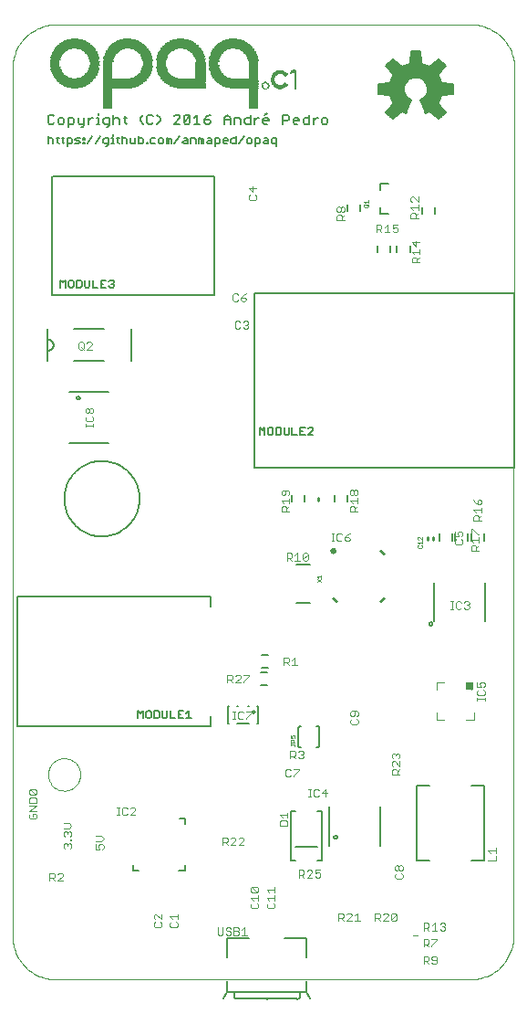
<source format=gto>
G75*
G70*
%OFA0B0*%
%FSLAX24Y24*%
%IPPOS*%
%LPD*%
%AMOC8*
5,1,8,0,0,1.08239X$1,22.5*
%
%ADD10C,0.0000*%
%ADD11C,0.0070*%
%ADD12R,0.0360X0.0020*%
%ADD13R,0.0040X0.0020*%
%ADD14R,0.0160X0.0020*%
%ADD15R,0.0080X0.0020*%
%ADD16R,0.0280X0.0020*%
%ADD17R,0.1060X0.0020*%
%ADD18R,0.0480X0.0020*%
%ADD19R,0.1140X0.0020*%
%ADD20R,0.1160X0.0020*%
%ADD21R,0.0600X0.0020*%
%ADD22R,0.1220X0.0020*%
%ADD23R,0.0020X0.0020*%
%ADD24R,0.0400X0.0020*%
%ADD25R,0.0700X0.0020*%
%ADD26R,0.1260X0.0020*%
%ADD27R,0.0440X0.0020*%
%ADD28R,0.0800X0.0020*%
%ADD29R,0.1300X0.0020*%
%ADD30R,0.1320X0.0020*%
%ADD31R,0.0500X0.0020*%
%ADD32R,0.0860X0.0020*%
%ADD33R,0.1340X0.0020*%
%ADD34R,0.0540X0.0020*%
%ADD35R,0.0940X0.0020*%
%ADD36R,0.1380X0.0020*%
%ADD37R,0.0200X0.0020*%
%ADD38R,0.1000X0.0020*%
%ADD39R,0.1400X0.0020*%
%ADD40R,0.1420X0.0020*%
%ADD41R,0.0180X0.0020*%
%ADD42R,0.0140X0.0020*%
%ADD43R,0.1440X0.0020*%
%ADD44R,0.0100X0.0020*%
%ADD45R,0.1120X0.0020*%
%ADD46R,0.1460X0.0020*%
%ADD47R,0.1480X0.0020*%
%ADD48R,0.0060X0.0020*%
%ADD49R,0.1500X0.0020*%
%ADD50R,0.1200X0.0020*%
%ADD51R,0.1520X0.0020*%
%ADD52R,0.1540X0.0020*%
%ADD53R,0.1560X0.0020*%
%ADD54R,0.1580X0.0020*%
%ADD55R,0.1360X0.0020*%
%ADD56R,0.1600X0.0020*%
%ADD57R,0.1620X0.0020*%
%ADD58R,0.1640X0.0020*%
%ADD59R,0.0620X0.0020*%
%ADD60R,0.0640X0.0020*%
%ADD61R,0.0380X0.0020*%
%ADD62R,0.0560X0.0020*%
%ADD63R,0.0580X0.0020*%
%ADD64R,0.0520X0.0020*%
%ADD65R,0.0460X0.0020*%
%ADD66R,0.0420X0.0020*%
%ADD67R,0.0220X0.0020*%
%ADD68R,0.1180X0.0020*%
%ADD69R,0.1100X0.0020*%
%ADD70R,0.1020X0.0020*%
%ADD71R,0.0780X0.0020*%
%ADD72R,0.0300X0.0020*%
%ADD73C,0.0050*%
%ADD74R,0.0220X0.0010*%
%ADD75C,0.0060*%
%ADD76C,0.0040*%
%ADD77C,0.0080*%
%ADD78C,0.0030*%
%ADD79C,0.0059*%
%ADD80C,0.0010*%
%ADD81R,0.0295X0.0295*%
%ADD82C,0.0100*%
D10*
X013333Y009043D02*
X013333Y040736D01*
X013335Y040813D01*
X013341Y040890D01*
X013350Y040967D01*
X013363Y041043D01*
X013380Y041119D01*
X013401Y041193D01*
X013425Y041267D01*
X013453Y041339D01*
X013484Y041409D01*
X013519Y041478D01*
X013557Y041546D01*
X013598Y041611D01*
X013643Y041674D01*
X013691Y041735D01*
X013741Y041794D01*
X013794Y041850D01*
X013850Y041903D01*
X013909Y041953D01*
X013970Y042001D01*
X014033Y042046D01*
X014098Y042087D01*
X014166Y042125D01*
X014235Y042160D01*
X014305Y042191D01*
X014377Y042219D01*
X014451Y042243D01*
X014525Y042264D01*
X014601Y042281D01*
X014677Y042294D01*
X014754Y042303D01*
X014831Y042309D01*
X014908Y042311D01*
X030105Y042311D01*
X030182Y042309D01*
X030259Y042303D01*
X030336Y042294D01*
X030412Y042281D01*
X030488Y042264D01*
X030562Y042243D01*
X030636Y042219D01*
X030708Y042191D01*
X030778Y042160D01*
X030847Y042125D01*
X030915Y042087D01*
X030980Y042046D01*
X031043Y042001D01*
X031104Y041953D01*
X031163Y041903D01*
X031219Y041850D01*
X031272Y041794D01*
X031322Y041735D01*
X031370Y041674D01*
X031415Y041611D01*
X031456Y041546D01*
X031494Y041478D01*
X031529Y041409D01*
X031560Y041339D01*
X031588Y041267D01*
X031612Y041193D01*
X031633Y041119D01*
X031650Y041043D01*
X031663Y040967D01*
X031672Y040890D01*
X031678Y040813D01*
X031680Y040736D01*
X031640Y023925D01*
X031640Y009043D01*
X031641Y009043D02*
X031639Y008966D01*
X031633Y008889D01*
X031624Y008812D01*
X031611Y008736D01*
X031594Y008660D01*
X031573Y008586D01*
X031549Y008512D01*
X031521Y008440D01*
X031490Y008370D01*
X031455Y008301D01*
X031417Y008233D01*
X031376Y008168D01*
X031331Y008105D01*
X031283Y008044D01*
X031233Y007985D01*
X031180Y007929D01*
X031124Y007876D01*
X031065Y007826D01*
X031004Y007778D01*
X030941Y007733D01*
X030876Y007692D01*
X030808Y007654D01*
X030739Y007619D01*
X030669Y007588D01*
X030597Y007560D01*
X030523Y007536D01*
X030449Y007515D01*
X030373Y007498D01*
X030297Y007485D01*
X030220Y007476D01*
X030143Y007470D01*
X030066Y007468D01*
X030066Y007469D02*
X014908Y007469D01*
X014908Y007468D02*
X014831Y007470D01*
X014754Y007476D01*
X014677Y007485D01*
X014601Y007498D01*
X014525Y007515D01*
X014451Y007536D01*
X014377Y007560D01*
X014305Y007588D01*
X014235Y007619D01*
X014166Y007654D01*
X014098Y007692D01*
X014033Y007733D01*
X013970Y007778D01*
X013909Y007826D01*
X013850Y007876D01*
X013794Y007929D01*
X013741Y007985D01*
X013691Y008044D01*
X013643Y008105D01*
X013598Y008168D01*
X013557Y008233D01*
X013519Y008301D01*
X013484Y008370D01*
X013453Y008440D01*
X013425Y008512D01*
X013401Y008586D01*
X013380Y008660D01*
X013363Y008736D01*
X013350Y008812D01*
X013341Y008889D01*
X013335Y008966D01*
X013333Y009043D01*
X014632Y014949D02*
X014634Y014997D01*
X014640Y015045D01*
X014650Y015092D01*
X014663Y015138D01*
X014681Y015183D01*
X014701Y015227D01*
X014726Y015269D01*
X014754Y015308D01*
X014784Y015345D01*
X014818Y015379D01*
X014855Y015411D01*
X014893Y015440D01*
X014934Y015465D01*
X014977Y015487D01*
X015022Y015505D01*
X015068Y015519D01*
X015115Y015530D01*
X015163Y015537D01*
X015211Y015540D01*
X015259Y015539D01*
X015307Y015534D01*
X015355Y015525D01*
X015401Y015513D01*
X015446Y015496D01*
X015490Y015476D01*
X015532Y015453D01*
X015572Y015426D01*
X015610Y015396D01*
X015645Y015363D01*
X015677Y015327D01*
X015707Y015289D01*
X015733Y015248D01*
X015755Y015205D01*
X015775Y015161D01*
X015790Y015116D01*
X015802Y015069D01*
X015810Y015021D01*
X015814Y014973D01*
X015814Y014925D01*
X015810Y014877D01*
X015802Y014829D01*
X015790Y014782D01*
X015775Y014737D01*
X015755Y014693D01*
X015733Y014650D01*
X015707Y014609D01*
X015677Y014571D01*
X015645Y014535D01*
X015610Y014502D01*
X015572Y014472D01*
X015532Y014445D01*
X015490Y014422D01*
X015446Y014402D01*
X015401Y014385D01*
X015355Y014373D01*
X015307Y014364D01*
X015259Y014359D01*
X015211Y014358D01*
X015163Y014361D01*
X015115Y014368D01*
X015068Y014379D01*
X015022Y014393D01*
X014977Y014411D01*
X014934Y014433D01*
X014893Y014458D01*
X014855Y014487D01*
X014818Y014519D01*
X014784Y014553D01*
X014754Y014590D01*
X014726Y014629D01*
X014701Y014671D01*
X014681Y014715D01*
X014663Y014760D01*
X014650Y014806D01*
X014640Y014853D01*
X014634Y014901D01*
X014632Y014949D01*
D11*
X015366Y038576D02*
X015366Y038907D01*
X015531Y038907D01*
X015586Y038852D01*
X015586Y038742D01*
X015531Y038686D01*
X015366Y038686D01*
X015218Y038742D02*
X015218Y038852D01*
X015163Y038907D01*
X015053Y038907D01*
X014998Y038852D01*
X014998Y038742D01*
X015053Y038686D01*
X015163Y038686D01*
X015218Y038742D01*
X014850Y038742D02*
X014795Y038686D01*
X014684Y038686D01*
X014629Y038742D01*
X014629Y038962D01*
X014684Y039017D01*
X014795Y039017D01*
X014850Y038962D01*
X015734Y038907D02*
X015734Y038742D01*
X015789Y038686D01*
X015955Y038686D01*
X015955Y038631D02*
X015900Y038576D01*
X015844Y038576D01*
X015955Y038631D02*
X015955Y038907D01*
X016103Y038907D02*
X016103Y038686D01*
X016103Y038797D02*
X016213Y038907D01*
X016268Y038907D01*
X016410Y038907D02*
X016465Y038907D01*
X016465Y038686D01*
X016410Y038686D02*
X016520Y038686D01*
X016655Y038742D02*
X016710Y038686D01*
X016875Y038686D01*
X016875Y038631D02*
X016875Y038907D01*
X016710Y038907D01*
X016655Y038852D01*
X016655Y038742D01*
X016765Y038576D02*
X016820Y038576D01*
X016875Y038631D01*
X017023Y038686D02*
X017023Y039017D01*
X017079Y038907D02*
X017189Y038907D01*
X017244Y038852D01*
X017244Y038686D01*
X017447Y038742D02*
X017502Y038686D01*
X017447Y038742D02*
X017447Y038962D01*
X017392Y038907D02*
X017502Y038907D01*
X017079Y038907D02*
X017023Y038852D01*
X016465Y039017D02*
X016465Y039072D01*
X018006Y038907D02*
X018116Y039017D01*
X018251Y038962D02*
X018251Y038742D01*
X018306Y038686D01*
X018416Y038686D01*
X018471Y038742D01*
X018620Y038686D02*
X018730Y038797D01*
X018730Y038907D01*
X018620Y039017D01*
X018471Y038962D02*
X018416Y039017D01*
X018306Y039017D01*
X018251Y038962D01*
X018006Y038907D02*
X018006Y038797D01*
X018116Y038686D01*
X019233Y038686D02*
X019454Y038907D01*
X019454Y038962D01*
X019399Y039017D01*
X019288Y039017D01*
X019233Y038962D01*
X019233Y038686D02*
X019454Y038686D01*
X019602Y038742D02*
X019822Y038962D01*
X019822Y038742D01*
X019767Y038686D01*
X019657Y038686D01*
X019602Y038742D01*
X019602Y038962D01*
X019657Y039017D01*
X019767Y039017D01*
X019822Y038962D01*
X019970Y038907D02*
X020080Y039017D01*
X020080Y038686D01*
X019970Y038686D02*
X020190Y038686D01*
X020338Y038742D02*
X020393Y038686D01*
X020503Y038686D01*
X020558Y038742D01*
X020558Y038797D01*
X020503Y038852D01*
X020338Y038852D01*
X020338Y038742D01*
X020338Y038852D02*
X020448Y038962D01*
X020558Y039017D01*
X021075Y038907D02*
X021185Y039017D01*
X021295Y038907D01*
X021295Y038686D01*
X021443Y038686D02*
X021443Y038907D01*
X021608Y038907D01*
X021663Y038852D01*
X021663Y038686D01*
X021812Y038742D02*
X021812Y038852D01*
X021867Y038907D01*
X022032Y038907D01*
X022032Y039017D02*
X022032Y038686D01*
X021867Y038686D01*
X021812Y038742D01*
X022180Y038797D02*
X022290Y038907D01*
X022345Y038907D01*
X022487Y038852D02*
X022542Y038907D01*
X022652Y038907D01*
X022707Y038852D01*
X022707Y038797D01*
X022487Y038797D01*
X022487Y038742D02*
X022487Y038852D01*
X022487Y038742D02*
X022542Y038686D01*
X022652Y038686D01*
X022542Y039017D02*
X022652Y039072D01*
X022180Y038907D02*
X022180Y038686D01*
X021295Y038852D02*
X021075Y038852D01*
X021075Y038907D02*
X021075Y038686D01*
X023223Y038686D02*
X023223Y039017D01*
X023389Y039017D01*
X023444Y038962D01*
X023444Y038852D01*
X023389Y038797D01*
X023223Y038797D01*
X023592Y038797D02*
X023812Y038797D01*
X023812Y038852D01*
X023757Y038907D01*
X023647Y038907D01*
X023592Y038852D01*
X023592Y038742D01*
X023647Y038686D01*
X023757Y038686D01*
X023960Y038742D02*
X023960Y038852D01*
X024015Y038907D01*
X024180Y038907D01*
X024180Y039017D02*
X024180Y038686D01*
X024015Y038686D01*
X023960Y038742D01*
X024328Y038797D02*
X024438Y038907D01*
X024494Y038907D01*
X024635Y038852D02*
X024635Y038742D01*
X024690Y038686D01*
X024800Y038686D01*
X024855Y038742D01*
X024855Y038852D01*
X024800Y038907D01*
X024690Y038907D01*
X024635Y038852D01*
X024328Y038907D02*
X024328Y038686D01*
D12*
X023123Y039999D03*
X023123Y040579D03*
X022143Y040579D03*
X022143Y040559D03*
X022143Y040539D03*
X022143Y040519D03*
X022143Y040499D03*
X022143Y040479D03*
X022143Y040459D03*
X022143Y040439D03*
X022143Y040419D03*
X022143Y040399D03*
X022143Y040379D03*
X022143Y040359D03*
X022143Y040339D03*
X022143Y040599D03*
X022143Y040619D03*
X022143Y040639D03*
X022143Y040659D03*
X022143Y040679D03*
X022143Y040699D03*
X022143Y040719D03*
X022143Y040739D03*
X022143Y040759D03*
X022143Y040779D03*
X022143Y040799D03*
X022143Y040819D03*
X022143Y040839D03*
X022143Y040859D03*
X022143Y040879D03*
X022143Y040899D03*
X022143Y040919D03*
X022143Y040939D03*
X022143Y040959D03*
X022123Y041019D03*
X022123Y041039D03*
X022143Y039959D03*
X022143Y039939D03*
X022143Y039919D03*
X022143Y039899D03*
X022143Y039879D03*
X022143Y039859D03*
X022143Y039839D03*
X022143Y039819D03*
X022143Y039799D03*
X022143Y039779D03*
X022143Y039759D03*
X022143Y039739D03*
X022143Y039719D03*
X022143Y039699D03*
X022143Y039679D03*
X022143Y039659D03*
X022143Y039639D03*
X022143Y039619D03*
X022143Y039599D03*
X022143Y039579D03*
X022143Y039559D03*
X022143Y039539D03*
X022143Y039519D03*
X022143Y039499D03*
X022143Y039479D03*
X022143Y039459D03*
X022143Y039439D03*
X022143Y039419D03*
X022143Y039399D03*
X022143Y039379D03*
X022143Y039359D03*
X022143Y039339D03*
X022143Y039319D03*
X022143Y039299D03*
X022143Y039279D03*
X022143Y039259D03*
X022143Y039239D03*
X020703Y040719D03*
X020703Y040739D03*
X020703Y040759D03*
X020683Y040819D03*
X020683Y040839D03*
X020683Y040859D03*
X020683Y040879D03*
X020683Y040899D03*
X020683Y040919D03*
X020683Y040939D03*
X020703Y040999D03*
X020703Y041019D03*
X020703Y041039D03*
X020203Y041019D03*
X020203Y040999D03*
X020203Y040979D03*
X020203Y040959D03*
X020203Y040939D03*
X020183Y041079D03*
X018783Y041059D03*
X018763Y040999D03*
X018763Y040979D03*
X018763Y040959D03*
X018763Y040939D03*
X018763Y040919D03*
X018763Y040899D03*
X018763Y040879D03*
X018763Y040859D03*
X018763Y040839D03*
X018763Y040819D03*
X018763Y040799D03*
X018763Y040779D03*
X018763Y040759D03*
X018783Y040699D03*
X018283Y040799D03*
X018283Y040819D03*
X018283Y040839D03*
X018283Y040859D03*
X018283Y040879D03*
X018283Y040899D03*
X018283Y040919D03*
X018283Y040939D03*
X018283Y040959D03*
X018263Y041019D03*
X018263Y041039D03*
X018263Y040739D03*
X018263Y040719D03*
X016823Y040719D03*
X016823Y040699D03*
X016823Y040679D03*
X016823Y040659D03*
X016823Y040639D03*
X016823Y040619D03*
X016823Y040599D03*
X016823Y040579D03*
X016823Y040559D03*
X016823Y040539D03*
X016823Y040519D03*
X016823Y040499D03*
X016823Y040479D03*
X016823Y040459D03*
X016823Y040439D03*
X016823Y040419D03*
X016823Y040399D03*
X016823Y040379D03*
X016823Y040359D03*
X016823Y040339D03*
X016823Y039959D03*
X016823Y039939D03*
X016823Y039919D03*
X016823Y039899D03*
X016823Y039879D03*
X016823Y039859D03*
X016823Y039839D03*
X016823Y039819D03*
X016823Y039799D03*
X016823Y039779D03*
X016823Y039759D03*
X016823Y039739D03*
X016823Y039719D03*
X016823Y039699D03*
X016823Y039679D03*
X016823Y039659D03*
X016823Y039639D03*
X016823Y039619D03*
X016823Y039599D03*
X016823Y039579D03*
X016823Y039559D03*
X016823Y039539D03*
X016823Y039519D03*
X016823Y039499D03*
X016823Y039479D03*
X016823Y039459D03*
X016823Y039439D03*
X016823Y039419D03*
X016823Y039399D03*
X016823Y039379D03*
X016823Y039359D03*
X016823Y039339D03*
X016823Y039319D03*
X016823Y039299D03*
X016823Y039279D03*
X016823Y039259D03*
X016823Y039239D03*
X016823Y040739D03*
X016823Y040759D03*
X016823Y040779D03*
X016823Y040799D03*
X016823Y040819D03*
X016823Y040839D03*
X016823Y040859D03*
X016823Y040879D03*
X016823Y040899D03*
X016823Y040919D03*
X016823Y040939D03*
X016843Y040999D03*
X016843Y041019D03*
X016843Y041039D03*
X016343Y040919D03*
X016343Y040899D03*
X016343Y040879D03*
X016343Y040859D03*
X016343Y040839D03*
X016323Y040779D03*
X016323Y040759D03*
X016323Y040739D03*
X016323Y040979D03*
X016323Y040999D03*
X016323Y041019D03*
X016323Y041039D03*
X014903Y041039D03*
X014903Y041059D03*
X014883Y040999D03*
X014883Y040979D03*
X014883Y040959D03*
X014883Y040939D03*
X014883Y040919D03*
X014883Y040899D03*
X014883Y040879D03*
X014883Y040859D03*
X014883Y040839D03*
X014883Y040819D03*
X014883Y040799D03*
X014883Y040779D03*
X014903Y040719D03*
X014903Y040699D03*
D13*
X022463Y040079D03*
X022463Y040059D03*
X022483Y039999D03*
X022503Y039979D03*
X022583Y039939D03*
X022663Y039979D03*
X022683Y039999D03*
X022703Y040059D03*
X022703Y040079D03*
X022683Y040119D03*
X022683Y040139D03*
X022583Y040199D03*
X022483Y040139D03*
X023503Y040519D03*
D14*
X023123Y040619D03*
X022903Y040439D03*
X022883Y040419D03*
X022883Y040159D03*
X022903Y040139D03*
X023123Y039959D03*
X022583Y039959D03*
X022583Y040179D03*
D15*
X023523Y040539D03*
X023663Y040539D03*
X023663Y040519D03*
X023663Y040499D03*
X023663Y040479D03*
X023663Y040459D03*
X023663Y040439D03*
X023663Y040419D03*
X023663Y040399D03*
X023663Y040379D03*
X023663Y040359D03*
X023663Y040339D03*
X023663Y040319D03*
X023663Y040299D03*
X023663Y040279D03*
X023663Y040259D03*
X023663Y040239D03*
X023663Y040219D03*
X023663Y040199D03*
X023663Y040179D03*
X023663Y040159D03*
X023663Y040139D03*
X023663Y040119D03*
X023663Y040099D03*
X023663Y040079D03*
X023663Y040059D03*
X023663Y040039D03*
X023663Y040019D03*
X023663Y039999D03*
X023663Y039979D03*
X023663Y039959D03*
D16*
X023123Y039979D03*
X023123Y040599D03*
X019483Y041779D03*
X015603Y041779D03*
X015603Y039979D03*
D17*
X015613Y040139D03*
X015613Y041619D03*
X017173Y039979D03*
X017553Y041619D03*
X019493Y041619D03*
X019873Y039979D03*
X021413Y041619D03*
X021793Y039979D03*
D18*
X023123Y040539D03*
X020023Y041339D03*
X019483Y041759D03*
X018943Y041339D03*
X018923Y041319D03*
X018923Y040439D03*
X018943Y040419D03*
X016143Y040419D03*
X015603Y039999D03*
X015063Y040419D03*
X015063Y041339D03*
X015603Y041759D03*
D19*
X017213Y039999D03*
X021753Y039999D03*
D20*
X019823Y039999D03*
X019483Y041579D03*
X015603Y041579D03*
X015603Y040179D03*
D21*
X015603Y040019D03*
X015603Y041739D03*
X019483Y041739D03*
D22*
X019793Y040019D03*
X021413Y041559D03*
X021713Y040019D03*
X017553Y041559D03*
X017253Y040019D03*
X015613Y041559D03*
D23*
X022473Y040119D03*
X022473Y040099D03*
X022473Y040039D03*
X022473Y040019D03*
X022693Y040019D03*
X022693Y040039D03*
X022693Y040099D03*
X023313Y040179D03*
X023313Y040399D03*
D24*
X023123Y040559D03*
X023123Y040019D03*
X022083Y041159D03*
X022063Y041179D03*
X022063Y041199D03*
X020763Y041199D03*
X020763Y041179D03*
X020743Y041159D03*
X020723Y040659D03*
X020743Y040599D03*
X020763Y040579D03*
X020763Y040559D03*
X020163Y041139D03*
X020143Y041179D03*
X020123Y041219D03*
X018843Y041199D03*
X018823Y041179D03*
X018823Y041159D03*
X018803Y041119D03*
X018803Y040639D03*
X018823Y040599D03*
X018823Y040579D03*
X018843Y040559D03*
X018223Y040599D03*
X018203Y040579D03*
X018203Y040559D03*
X018223Y041159D03*
X018203Y041199D03*
X016903Y041199D03*
X016903Y041179D03*
X016883Y041159D03*
X016283Y041159D03*
X016283Y041139D03*
X016263Y041179D03*
X016263Y041199D03*
X016283Y040619D03*
X016283Y040599D03*
X016263Y040579D03*
X016263Y040559D03*
X016243Y040539D03*
X014983Y040519D03*
X014963Y040559D03*
X014943Y040579D03*
X014943Y040599D03*
X014923Y041119D03*
X014943Y041159D03*
X014943Y041179D03*
X014963Y041199D03*
X014983Y041239D03*
D25*
X015613Y041719D03*
X015613Y040039D03*
X017553Y041719D03*
X019493Y041719D03*
X021413Y041719D03*
D26*
X021413Y041539D03*
X021693Y040039D03*
X019773Y040039D03*
X019493Y041539D03*
X017553Y041539D03*
X017273Y040039D03*
X015613Y040219D03*
X015613Y041539D03*
D27*
X016203Y041279D03*
X016223Y041259D03*
X016223Y040499D03*
X016203Y040479D03*
X016943Y041259D03*
X016963Y041279D03*
X018143Y041279D03*
X018163Y041259D03*
X018883Y041279D03*
X018883Y040479D03*
X018163Y040499D03*
X018143Y040479D03*
X020083Y041279D03*
X020803Y041259D03*
X020823Y041279D03*
X020803Y040499D03*
X020823Y040479D03*
X022003Y041279D03*
X022023Y041259D03*
X023123Y040039D03*
X015003Y041279D03*
D28*
X015603Y041699D03*
X015603Y040059D03*
X019483Y041699D03*
D29*
X019493Y041519D03*
X021413Y041519D03*
X021673Y040059D03*
X017553Y041519D03*
X017293Y040059D03*
X015613Y040239D03*
X015613Y041519D03*
D30*
X019483Y041499D03*
X019743Y040059D03*
D31*
X018973Y040399D03*
X018093Y040419D03*
X018073Y040399D03*
X018093Y041339D03*
X018073Y041359D03*
X017033Y041359D03*
X017013Y041339D03*
X016153Y041339D03*
X016133Y041359D03*
X015093Y041359D03*
X015093Y040399D03*
X016133Y040399D03*
X020873Y040419D03*
X020893Y040399D03*
X020873Y041339D03*
X020893Y041359D03*
X021933Y041359D03*
X021953Y041339D03*
X023133Y040059D03*
D32*
X021413Y041679D03*
X019493Y041679D03*
X017553Y041679D03*
X015613Y041679D03*
X015613Y040079D03*
D33*
X015613Y040259D03*
X015613Y041499D03*
X017553Y041499D03*
X017313Y040079D03*
X019733Y040079D03*
X021413Y041499D03*
X021653Y040079D03*
D34*
X021913Y041379D03*
X023133Y040499D03*
X023133Y040079D03*
X019973Y041379D03*
X018993Y041379D03*
X018053Y041379D03*
X018993Y040379D03*
X015113Y040379D03*
X015113Y041379D03*
D35*
X015613Y041659D03*
X015613Y040099D03*
X017553Y041659D03*
X019493Y041659D03*
X021413Y041659D03*
D36*
X021413Y041479D03*
X021633Y040099D03*
X019713Y040099D03*
X017333Y040099D03*
X017553Y041479D03*
X015613Y041479D03*
D37*
X022943Y040479D03*
X023303Y040479D03*
X023603Y040579D03*
X023303Y040099D03*
X022943Y040099D03*
D38*
X021403Y041639D03*
X019483Y041639D03*
X015603Y041639D03*
X015603Y040119D03*
D39*
X015603Y040299D03*
X015603Y041459D03*
X017343Y040119D03*
X019483Y041459D03*
D40*
X019693Y040119D03*
X021413Y041439D03*
X021413Y041459D03*
X021613Y040119D03*
X017553Y041439D03*
X017553Y041459D03*
X015613Y040319D03*
D41*
X022913Y040459D03*
X022913Y040119D03*
X023613Y040599D03*
D42*
X023633Y040619D03*
X023313Y040459D03*
X023313Y040119D03*
X022873Y040179D03*
X022873Y040199D03*
X022853Y040219D03*
X022853Y040239D03*
X022853Y040259D03*
X022853Y040279D03*
X022853Y040299D03*
X022853Y040319D03*
X022853Y040339D03*
X022853Y040359D03*
X022873Y040379D03*
X022873Y040399D03*
D43*
X021603Y040139D03*
X019683Y040139D03*
X019483Y041439D03*
X017363Y040139D03*
X015603Y041439D03*
D44*
X023313Y040439D03*
X023313Y040139D03*
X023653Y040639D03*
D45*
X019483Y041599D03*
X015603Y041599D03*
X015603Y040159D03*
D46*
X017373Y040159D03*
X021593Y040159D03*
D47*
X019663Y040159D03*
X017383Y040179D03*
D48*
X022513Y040159D03*
X022653Y040159D03*
X023313Y040159D03*
X023313Y040419D03*
D49*
X021573Y040179D03*
X019653Y040179D03*
D50*
X019483Y041559D03*
X015603Y040199D03*
D51*
X017403Y040199D03*
X019643Y040199D03*
X021563Y040199D03*
D52*
X021553Y040219D03*
X019633Y040219D03*
X017413Y040219D03*
D53*
X017423Y040239D03*
X019623Y040239D03*
X021543Y040239D03*
D54*
X021533Y040259D03*
X019613Y040259D03*
X017433Y040259D03*
D55*
X015603Y040279D03*
X019483Y041479D03*
D56*
X019603Y040279D03*
X021523Y040279D03*
X021523Y040299D03*
X017443Y040299D03*
X017443Y040279D03*
D57*
X017453Y040319D03*
X019593Y040299D03*
X021513Y040319D03*
D58*
X019583Y040319D03*
D59*
X019073Y040339D03*
X019073Y041419D03*
X017553Y041739D03*
X017133Y041419D03*
X015193Y041419D03*
X015193Y040339D03*
X020993Y040339D03*
X020993Y041419D03*
X021413Y041739D03*
D60*
X021823Y041419D03*
X019903Y041419D03*
X017963Y041419D03*
X017963Y040339D03*
X016023Y040339D03*
X016023Y041419D03*
D61*
X016293Y041119D03*
X016293Y041099D03*
X016313Y041079D03*
X016313Y041059D03*
X016333Y040959D03*
X016333Y040939D03*
X016333Y040819D03*
X016333Y040799D03*
X016313Y040719D03*
X016313Y040699D03*
X016313Y040679D03*
X016293Y040659D03*
X016293Y040639D03*
X016833Y040959D03*
X016833Y040979D03*
X016853Y041059D03*
X016853Y041079D03*
X016853Y041099D03*
X016873Y041119D03*
X016873Y041139D03*
X018233Y041139D03*
X018233Y041119D03*
X018253Y041099D03*
X018253Y041079D03*
X018253Y041059D03*
X018273Y040999D03*
X018273Y040979D03*
X018273Y040779D03*
X018273Y040759D03*
X018253Y040699D03*
X018253Y040679D03*
X018253Y040659D03*
X018233Y040639D03*
X018233Y040619D03*
X018773Y040719D03*
X018773Y040739D03*
X018793Y040679D03*
X018793Y040659D03*
X018813Y040619D03*
X018773Y041019D03*
X018773Y041039D03*
X018793Y041079D03*
X018793Y041099D03*
X018813Y041139D03*
X020153Y041159D03*
X020173Y041119D03*
X020173Y041099D03*
X020193Y041059D03*
X020193Y041039D03*
X020213Y040919D03*
X020213Y040899D03*
X020213Y040879D03*
X020213Y040859D03*
X020213Y040839D03*
X020213Y040819D03*
X020213Y040799D03*
X020213Y040779D03*
X020213Y040759D03*
X020213Y040739D03*
X020213Y040719D03*
X020213Y040699D03*
X020213Y040679D03*
X020213Y040659D03*
X020213Y040639D03*
X020213Y040619D03*
X020213Y040599D03*
X020213Y040579D03*
X020213Y040559D03*
X020213Y040539D03*
X020213Y040519D03*
X020213Y040499D03*
X020213Y040479D03*
X020213Y040459D03*
X020213Y040439D03*
X020213Y040419D03*
X020213Y040399D03*
X020213Y040379D03*
X020213Y040359D03*
X020213Y040339D03*
X020733Y040619D03*
X020733Y040639D03*
X020713Y040679D03*
X020713Y040699D03*
X020693Y040779D03*
X020693Y040799D03*
X020693Y040959D03*
X020693Y040979D03*
X020713Y041059D03*
X020713Y041079D03*
X020713Y041099D03*
X020733Y041119D03*
X020733Y041139D03*
X022093Y041139D03*
X022093Y041119D03*
X022113Y041099D03*
X022113Y041079D03*
X022113Y041059D03*
X022133Y040999D03*
X022133Y040979D03*
X014933Y041139D03*
X014913Y041099D03*
X014913Y041079D03*
X014893Y041019D03*
X014893Y040759D03*
X014893Y040739D03*
X014913Y040679D03*
X014913Y040659D03*
X014933Y040639D03*
X014933Y040619D03*
D62*
X015143Y040359D03*
X015143Y041399D03*
X019023Y041399D03*
X019023Y040359D03*
D63*
X018013Y040359D03*
X018013Y041399D03*
X017093Y041399D03*
X016073Y041399D03*
X016073Y040359D03*
X019953Y041399D03*
X020953Y041399D03*
X021873Y041399D03*
X020953Y040359D03*
D64*
X020923Y040379D03*
X020923Y041379D03*
X020003Y041359D03*
X018963Y041359D03*
X018043Y040379D03*
X017063Y041379D03*
X016103Y041379D03*
X016103Y040379D03*
X023123Y040519D03*
D65*
X021993Y041299D03*
X021973Y041319D03*
X021413Y041759D03*
X020853Y041319D03*
X020833Y041299D03*
X020833Y040459D03*
X020853Y040439D03*
X020073Y041299D03*
X020053Y041319D03*
X018913Y041299D03*
X018133Y041299D03*
X018113Y041319D03*
X018133Y040459D03*
X018113Y040439D03*
X018913Y040459D03*
X017553Y041759D03*
X016993Y041319D03*
X016973Y041299D03*
X016193Y041299D03*
X016173Y041319D03*
X016193Y040459D03*
X016173Y040439D03*
X015053Y040439D03*
X015033Y040459D03*
X015033Y041299D03*
X015053Y041319D03*
D66*
X014993Y041259D03*
X014973Y041219D03*
X014973Y040539D03*
X014993Y040499D03*
X015013Y040479D03*
X016233Y040519D03*
X016253Y041219D03*
X016233Y041239D03*
X016913Y041219D03*
X016933Y041239D03*
X018173Y041239D03*
X018193Y041219D03*
X018213Y041179D03*
X018193Y040539D03*
X018173Y040519D03*
X018853Y040519D03*
X018853Y040539D03*
X018873Y040499D03*
X018853Y041219D03*
X018853Y041239D03*
X018873Y041259D03*
X020093Y041259D03*
X020113Y041239D03*
X020133Y041199D03*
X020773Y041219D03*
X020793Y041239D03*
X020773Y040539D03*
X020793Y040519D03*
X022033Y041239D03*
X022053Y041219D03*
D67*
X023593Y040559D03*
D68*
X021413Y041579D03*
X017553Y041579D03*
D69*
X017553Y041599D03*
X021413Y041599D03*
D70*
X017553Y041639D03*
D71*
X017553Y041699D03*
X021413Y041699D03*
D72*
X021413Y041779D03*
X017553Y041779D03*
D73*
X016993Y038295D02*
X016993Y038250D01*
X016993Y038160D02*
X016993Y037980D01*
X016948Y037980D02*
X017038Y037980D01*
X017189Y038025D02*
X017234Y037980D01*
X017189Y038025D02*
X017189Y038205D01*
X017144Y038160D02*
X017234Y038160D01*
X017341Y038115D02*
X017386Y038160D01*
X017476Y038160D01*
X017521Y038115D01*
X017521Y037980D01*
X017635Y038025D02*
X017680Y037980D01*
X017815Y037980D01*
X017815Y038160D01*
X017930Y038160D02*
X018065Y038160D01*
X018110Y038115D01*
X018110Y038025D01*
X018065Y037980D01*
X017930Y037980D01*
X017930Y038250D01*
X017635Y038160D02*
X017635Y038025D01*
X017341Y037980D02*
X017341Y038250D01*
X016993Y038160D02*
X016948Y038160D01*
X016833Y038160D02*
X016698Y038160D01*
X016653Y038115D01*
X016653Y038025D01*
X016698Y037980D01*
X016833Y037980D01*
X016833Y037935D02*
X016833Y038160D01*
X016833Y037935D02*
X016788Y037890D01*
X016743Y037890D01*
X016358Y037980D02*
X016539Y038250D01*
X016244Y038250D02*
X016064Y037980D01*
X015961Y037980D02*
X015916Y037980D01*
X015916Y038025D01*
X015961Y038025D01*
X015961Y037980D01*
X015961Y038115D02*
X015916Y038115D01*
X015916Y038160D01*
X015961Y038160D01*
X015961Y038115D01*
X015802Y038160D02*
X015667Y038160D01*
X015622Y038115D01*
X015667Y038070D01*
X015757Y038070D01*
X015802Y038025D01*
X015757Y037980D01*
X015622Y037980D01*
X015507Y038025D02*
X015462Y037980D01*
X015327Y037980D01*
X015327Y037890D02*
X015327Y038160D01*
X015462Y038160D01*
X015507Y038115D01*
X015507Y038025D01*
X015221Y037980D02*
X015176Y038025D01*
X015176Y038205D01*
X015131Y038160D02*
X015221Y038160D01*
X015024Y038160D02*
X014934Y038160D01*
X014979Y038205D02*
X014979Y038025D01*
X015024Y037980D01*
X014820Y037980D02*
X014820Y038115D01*
X014775Y038160D01*
X014685Y038160D01*
X014640Y038115D01*
X014640Y038250D02*
X014640Y037980D01*
X014790Y036791D02*
X014790Y032437D01*
X014806Y032437D02*
X020719Y032437D01*
X020719Y036791D01*
X014806Y036791D01*
X018225Y037980D02*
X018270Y037980D01*
X018270Y038025D01*
X018225Y038025D01*
X018225Y037980D01*
X018372Y038025D02*
X018417Y037980D01*
X018552Y037980D01*
X018666Y038025D02*
X018712Y037980D01*
X018802Y037980D01*
X018847Y038025D01*
X018847Y038115D01*
X018802Y038160D01*
X018712Y038160D01*
X018666Y038115D01*
X018666Y038025D01*
X018552Y038160D02*
X018417Y038160D01*
X018372Y038115D01*
X018372Y038025D01*
X018961Y037980D02*
X018961Y038160D01*
X019006Y038160D01*
X019051Y038115D01*
X019096Y038160D01*
X019141Y038115D01*
X019141Y037980D01*
X019051Y037980D02*
X019051Y038115D01*
X019256Y037980D02*
X019436Y038250D01*
X019595Y038160D02*
X019686Y038160D01*
X019731Y038115D01*
X019731Y037980D01*
X019595Y037980D01*
X019550Y038025D01*
X019595Y038070D01*
X019731Y038070D01*
X019845Y038160D02*
X019980Y038160D01*
X020025Y038115D01*
X020025Y037980D01*
X020140Y037980D02*
X020140Y038160D01*
X020185Y038160D01*
X020230Y038115D01*
X020275Y038160D01*
X020320Y038115D01*
X020320Y037980D01*
X020230Y037980D02*
X020230Y038115D01*
X020434Y038025D02*
X020479Y038070D01*
X020615Y038070D01*
X020615Y038115D02*
X020615Y037980D01*
X020479Y037980D01*
X020434Y038025D01*
X020479Y038160D02*
X020570Y038160D01*
X020615Y038115D01*
X020729Y038160D02*
X020864Y038160D01*
X020909Y038115D01*
X020909Y038025D01*
X020864Y037980D01*
X020729Y037980D01*
X020729Y037890D02*
X020729Y038160D01*
X021024Y038115D02*
X021069Y038160D01*
X021159Y038160D01*
X021204Y038115D01*
X021204Y038070D01*
X021024Y038070D01*
X021024Y038025D02*
X021024Y038115D01*
X021024Y038025D02*
X021069Y037980D01*
X021159Y037980D01*
X021318Y038025D02*
X021318Y038115D01*
X021363Y038160D01*
X021499Y038160D01*
X021499Y038250D02*
X021499Y037980D01*
X021363Y037980D01*
X021318Y038025D01*
X021613Y037980D02*
X021793Y038250D01*
X021908Y038115D02*
X021908Y038025D01*
X021953Y037980D01*
X022043Y037980D01*
X022088Y038025D01*
X022088Y038115D01*
X022043Y038160D01*
X021953Y038160D01*
X021908Y038115D01*
X022202Y038160D02*
X022337Y038160D01*
X022382Y038115D01*
X022382Y038025D01*
X022337Y037980D01*
X022202Y037980D01*
X022202Y037890D02*
X022202Y038160D01*
X022497Y038025D02*
X022542Y038070D01*
X022677Y038070D01*
X022677Y038115D02*
X022677Y037980D01*
X022542Y037980D01*
X022497Y038025D01*
X022542Y038160D02*
X022632Y038160D01*
X022677Y038115D01*
X022792Y038115D02*
X022792Y038025D01*
X022837Y037980D01*
X022972Y037980D01*
X022972Y037890D02*
X022972Y038160D01*
X022837Y038160D01*
X022792Y038115D01*
X019845Y038160D02*
X019845Y037980D01*
X016992Y032989D02*
X017037Y032944D01*
X017037Y032899D01*
X016992Y032854D01*
X017037Y032809D01*
X017037Y032764D01*
X016992Y032719D01*
X016902Y032719D01*
X016857Y032764D01*
X016742Y032719D02*
X016562Y032719D01*
X016562Y032989D01*
X016742Y032989D01*
X016857Y032944D02*
X016902Y032989D01*
X016992Y032989D01*
X016992Y032854D02*
X016947Y032854D01*
X016652Y032854D02*
X016562Y032854D01*
X016448Y032719D02*
X016267Y032719D01*
X016267Y032989D01*
X016153Y032989D02*
X016153Y032764D01*
X016108Y032719D01*
X016018Y032719D01*
X015973Y032764D01*
X015973Y032989D01*
X015858Y032944D02*
X015813Y032989D01*
X015678Y032989D01*
X015678Y032719D01*
X015813Y032719D01*
X015858Y032764D01*
X015858Y032944D01*
X015564Y032944D02*
X015519Y032989D01*
X015428Y032989D01*
X015383Y032944D01*
X015383Y032764D01*
X015428Y032719D01*
X015519Y032719D01*
X015564Y032764D01*
X015564Y032944D01*
X015269Y032989D02*
X015269Y032719D01*
X015089Y032719D02*
X015089Y032989D01*
X015179Y032899D01*
X015269Y032989D01*
X022180Y032508D02*
X022180Y026130D01*
X031668Y026130D01*
X031668Y032508D01*
X022180Y032508D01*
X022374Y027606D02*
X022464Y027516D01*
X022554Y027606D01*
X022554Y027336D01*
X022669Y027381D02*
X022714Y027336D01*
X022804Y027336D01*
X022849Y027381D01*
X022849Y027561D01*
X022804Y027606D01*
X022714Y027606D01*
X022669Y027561D01*
X022669Y027381D01*
X022963Y027336D02*
X023099Y027336D01*
X023144Y027381D01*
X023144Y027561D01*
X023099Y027606D01*
X022963Y027606D01*
X022963Y027336D01*
X023258Y027381D02*
X023303Y027336D01*
X023393Y027336D01*
X023438Y027381D01*
X023438Y027606D01*
X023553Y027606D02*
X023553Y027336D01*
X023733Y027336D01*
X023847Y027336D02*
X024028Y027336D01*
X024142Y027336D02*
X024322Y027516D01*
X024322Y027561D01*
X024277Y027606D01*
X024187Y027606D01*
X024142Y027561D01*
X024028Y027606D02*
X023847Y027606D01*
X023847Y027336D01*
X023847Y027471D02*
X023937Y027471D01*
X024142Y027336D02*
X024322Y027336D01*
X023258Y027381D02*
X023258Y027606D01*
X022374Y027606D02*
X022374Y027336D01*
X020589Y021449D02*
X020589Y021087D01*
X020589Y021449D02*
X013503Y021449D01*
X013503Y016724D01*
X020589Y016724D01*
X020589Y017087D01*
X019870Y017000D02*
X019690Y017000D01*
X019780Y017000D02*
X019780Y017271D01*
X019690Y017180D01*
X019575Y017271D02*
X019395Y017271D01*
X019395Y017000D01*
X019575Y017000D01*
X019485Y017135D02*
X019395Y017135D01*
X019281Y017000D02*
X019100Y017000D01*
X019100Y017271D01*
X018986Y017271D02*
X018986Y017045D01*
X018941Y017000D01*
X018851Y017000D01*
X018806Y017045D01*
X018806Y017271D01*
X018691Y017225D02*
X018646Y017271D01*
X018511Y017271D01*
X018511Y017000D01*
X018646Y017000D01*
X018691Y017045D01*
X018691Y017225D01*
X018397Y017225D02*
X018352Y017271D01*
X018261Y017271D01*
X018216Y017225D01*
X018216Y017045D01*
X018261Y017000D01*
X018352Y017000D01*
X018397Y017045D01*
X018397Y017225D01*
X018102Y017271D02*
X018102Y017000D01*
X017922Y017000D02*
X017922Y017271D01*
X018012Y017180D01*
X018102Y017271D01*
X022113Y017232D02*
X022115Y017244D01*
X022120Y017255D01*
X022129Y017264D01*
X022140Y017269D01*
X022152Y017271D01*
X022164Y017269D01*
X022175Y017264D01*
X022184Y017255D01*
X022189Y017244D01*
X022191Y017232D01*
X022189Y017220D01*
X022184Y017209D01*
X022175Y017200D01*
X022164Y017195D01*
X022152Y017193D01*
X022140Y017195D01*
X022129Y017200D01*
X022120Y017209D01*
X022115Y017220D01*
X022113Y017232D01*
X028097Y014555D02*
X028097Y011799D01*
X028570Y011799D01*
X030105Y011799D02*
X030577Y011799D01*
X030577Y014555D01*
X030105Y014555D01*
X028570Y014555D02*
X028097Y014555D01*
X024085Y008965D02*
X024081Y008965D01*
X023282Y008965D01*
X024081Y008965D02*
X024081Y008283D01*
X024081Y007402D02*
X024081Y006996D01*
X024085Y006998D01*
X024081Y006996D02*
X023845Y006996D01*
X023845Y006837D01*
X023846Y006836D02*
X023840Y006818D01*
X023832Y006802D01*
X023820Y006787D01*
X023806Y006775D01*
X023790Y006766D01*
X023772Y006760D01*
X023754Y006758D01*
X023735Y006759D01*
X023735Y006760D02*
X022625Y006760D01*
X021514Y006760D01*
X021499Y006761D01*
X021484Y006766D01*
X021471Y006773D01*
X021460Y006783D01*
X021451Y006796D01*
X021445Y006810D01*
X021443Y006825D01*
X021444Y006825D02*
X021444Y006996D01*
X021168Y006996D01*
X021168Y007402D01*
X021174Y007010D02*
X021050Y006762D01*
X021444Y006996D02*
X023845Y006996D01*
X024077Y007006D02*
X024198Y006762D01*
X022635Y006762D02*
X022632Y006760D01*
X022629Y006759D01*
X022625Y006760D01*
X021168Y008281D02*
X021168Y008965D01*
X021967Y008965D01*
X015226Y025012D02*
X015228Y025086D01*
X015234Y025159D01*
X015244Y025233D01*
X015258Y025305D01*
X015275Y025377D01*
X015297Y025447D01*
X015322Y025517D01*
X015351Y025585D01*
X015383Y025651D01*
X015420Y025715D01*
X015459Y025778D01*
X015502Y025838D01*
X015548Y025896D01*
X015597Y025951D01*
X015649Y026004D01*
X015703Y026053D01*
X015760Y026100D01*
X015820Y026144D01*
X015882Y026184D01*
X015946Y026221D01*
X016012Y026254D01*
X016079Y026284D01*
X016148Y026310D01*
X016218Y026333D01*
X016290Y026351D01*
X016362Y026366D01*
X016435Y026377D01*
X016509Y026384D01*
X016583Y026387D01*
X016656Y026386D01*
X016730Y026381D01*
X016803Y026372D01*
X016876Y026359D01*
X016948Y026343D01*
X017019Y026322D01*
X017089Y026298D01*
X017157Y026270D01*
X017224Y026238D01*
X017289Y026203D01*
X017351Y026164D01*
X017412Y026122D01*
X017471Y026077D01*
X017527Y026029D01*
X017580Y025978D01*
X017630Y025924D01*
X017678Y025867D01*
X017722Y025808D01*
X017763Y025747D01*
X017801Y025683D01*
X017835Y025618D01*
X017866Y025551D01*
X017893Y025482D01*
X017916Y025412D01*
X017936Y025341D01*
X017952Y025269D01*
X017964Y025196D01*
X017972Y025123D01*
X017976Y025049D01*
X017976Y024975D01*
X017972Y024901D01*
X017964Y024828D01*
X017952Y024755D01*
X017936Y024683D01*
X017916Y024612D01*
X017893Y024542D01*
X017866Y024473D01*
X017835Y024406D01*
X017801Y024341D01*
X017763Y024277D01*
X017722Y024216D01*
X017678Y024157D01*
X017630Y024100D01*
X017580Y024046D01*
X017527Y023995D01*
X017471Y023947D01*
X017412Y023902D01*
X017351Y023860D01*
X017288Y023821D01*
X017224Y023786D01*
X017157Y023754D01*
X017089Y023726D01*
X017019Y023702D01*
X016948Y023681D01*
X016876Y023665D01*
X016803Y023652D01*
X016730Y023643D01*
X016656Y023638D01*
X016583Y023637D01*
X016509Y023640D01*
X016435Y023647D01*
X016362Y023658D01*
X016290Y023673D01*
X016218Y023691D01*
X016148Y023714D01*
X016079Y023740D01*
X016012Y023770D01*
X015946Y023803D01*
X015882Y023840D01*
X015820Y023880D01*
X015760Y023924D01*
X015703Y023971D01*
X015649Y024020D01*
X015597Y024073D01*
X015548Y024128D01*
X015502Y024186D01*
X015459Y024246D01*
X015420Y024309D01*
X015383Y024373D01*
X015351Y024439D01*
X015322Y024507D01*
X015297Y024577D01*
X015275Y024647D01*
X015258Y024719D01*
X015244Y024791D01*
X015234Y024865D01*
X015228Y024938D01*
X015226Y025012D01*
D74*
X028068Y009049D03*
D75*
X026783Y012349D02*
X026783Y013769D01*
X024923Y013769D02*
X024923Y012349D01*
X022318Y016795D02*
X022281Y016795D01*
X022318Y016795D02*
X022318Y017433D01*
X022281Y017433D01*
X021964Y017433D02*
X021927Y017433D01*
X021590Y017433D02*
X021553Y017433D01*
X021236Y017433D02*
X021199Y017433D01*
X021199Y016795D01*
X021236Y016795D01*
X021553Y016795D02*
X021964Y016795D01*
X022415Y018202D02*
X022651Y018202D01*
X022651Y018675D02*
X022415Y018675D01*
X022430Y018834D02*
X022666Y018834D01*
X022666Y019307D02*
X022430Y019307D01*
X023530Y024909D02*
X023530Y025146D01*
X024003Y025146D02*
X024003Y024909D01*
X025105Y024909D02*
X025105Y025146D01*
X025577Y025146D02*
X025577Y024909D01*
X028742Y021958D02*
X028742Y020538D01*
X030602Y020538D02*
X030602Y021958D01*
X030577Y023492D02*
X030577Y023728D01*
X030105Y023728D02*
X030105Y023492D01*
X029987Y023492D02*
X029987Y023728D01*
X029514Y023728D02*
X029514Y023492D01*
X029396Y023492D02*
X029396Y023728D01*
X028924Y023728D02*
X028924Y023492D01*
X027861Y034004D02*
X027861Y034240D01*
X027388Y034240D02*
X027388Y034004D01*
X027152Y034004D02*
X027152Y034240D01*
X026680Y034240D02*
X026680Y034004D01*
X028294Y035421D02*
X028294Y035657D01*
X028766Y035657D02*
X028766Y035421D01*
X026050Y035500D02*
X026050Y035736D01*
X025577Y035736D02*
X025577Y035500D01*
X016838Y028910D02*
X015419Y028910D01*
X015419Y027050D02*
X016838Y027050D01*
D76*
X016271Y027636D02*
X016271Y027729D01*
X016271Y027683D02*
X015991Y027683D01*
X015991Y027729D02*
X015991Y027636D01*
X016038Y027832D02*
X016224Y027832D01*
X016271Y027879D01*
X016271Y027972D01*
X016224Y028019D01*
X016224Y028127D02*
X016178Y028127D01*
X016131Y028174D01*
X016131Y028267D01*
X016178Y028314D01*
X016224Y028314D01*
X016271Y028267D01*
X016271Y028174D01*
X016224Y028127D01*
X016131Y028174D02*
X016084Y028127D01*
X016038Y028127D01*
X015991Y028174D01*
X015991Y028267D01*
X016038Y028314D01*
X016084Y028314D01*
X016131Y028267D01*
X016038Y028019D02*
X015991Y027972D01*
X015991Y027879D01*
X016038Y027832D01*
X016042Y030447D02*
X016229Y030634D01*
X016229Y030681D01*
X016182Y030727D01*
X016089Y030727D01*
X016042Y030681D01*
X015934Y030681D02*
X015934Y030494D01*
X015887Y030447D01*
X015794Y030447D01*
X015747Y030494D01*
X015747Y030681D01*
X015794Y030727D01*
X015887Y030727D01*
X015934Y030681D01*
X015841Y030541D02*
X015934Y030447D01*
X016042Y030447D02*
X016229Y030447D01*
X021464Y031266D02*
X021510Y031219D01*
X021604Y031219D01*
X021650Y031266D01*
X021758Y031266D02*
X021805Y031219D01*
X021898Y031219D01*
X021945Y031266D01*
X021945Y031312D01*
X021898Y031359D01*
X021852Y031359D01*
X021898Y031359D02*
X021945Y031406D01*
X021945Y031452D01*
X021898Y031499D01*
X021805Y031499D01*
X021758Y031452D01*
X021650Y031452D02*
X021604Y031499D01*
X021510Y031499D01*
X021464Y031452D01*
X021464Y031266D01*
X021433Y032218D02*
X021526Y032218D01*
X021573Y032264D01*
X021681Y032264D02*
X021727Y032218D01*
X021821Y032218D01*
X021868Y032264D01*
X021868Y032311D01*
X021821Y032358D01*
X021681Y032358D01*
X021681Y032264D01*
X021681Y032358D02*
X021774Y032451D01*
X021868Y032498D01*
X021573Y032451D02*
X021526Y032498D01*
X021433Y032498D01*
X021386Y032451D01*
X021386Y032264D01*
X021433Y032218D01*
X025188Y035181D02*
X025188Y035321D01*
X025235Y035367D01*
X025329Y035367D01*
X025375Y035321D01*
X025375Y035181D01*
X025375Y035274D02*
X025469Y035367D01*
X025422Y035475D02*
X025375Y035475D01*
X025329Y035522D01*
X025329Y035615D01*
X025375Y035662D01*
X025422Y035662D01*
X025469Y035615D01*
X025469Y035522D01*
X025422Y035475D01*
X025329Y035522D02*
X025282Y035475D01*
X025235Y035475D01*
X025188Y035522D01*
X025188Y035615D01*
X025235Y035662D01*
X025282Y035662D01*
X025329Y035615D01*
X025469Y035181D02*
X025188Y035181D01*
X026636Y035019D02*
X026636Y034739D01*
X026636Y034832D02*
X026776Y034832D01*
X026823Y034879D01*
X026823Y034972D01*
X026776Y035019D01*
X026636Y035019D01*
X026729Y034832D02*
X026823Y034739D01*
X026931Y034739D02*
X027117Y034739D01*
X027024Y034739D02*
X027024Y035019D01*
X026931Y034926D01*
X027225Y034879D02*
X027225Y035019D01*
X027412Y035019D01*
X027365Y034926D02*
X027412Y034879D01*
X027412Y034786D01*
X027365Y034739D01*
X027272Y034739D01*
X027225Y034786D01*
X027225Y034879D02*
X027319Y034926D01*
X027365Y034926D01*
X027887Y035251D02*
X027887Y035391D01*
X027934Y035438D01*
X028027Y035438D01*
X028074Y035391D01*
X028074Y035251D01*
X028167Y035251D02*
X027887Y035251D01*
X028074Y035344D02*
X028167Y035438D01*
X028167Y035546D02*
X028167Y035732D01*
X028167Y035639D02*
X027887Y035639D01*
X027980Y035546D01*
X027934Y035840D02*
X027887Y035887D01*
X027887Y035980D01*
X027934Y036027D01*
X027980Y036027D01*
X028167Y035840D01*
X028167Y036027D01*
X028066Y034413D02*
X028066Y034226D01*
X027926Y034366D01*
X028207Y034366D01*
X028207Y034118D02*
X028207Y033931D01*
X028207Y034025D02*
X027926Y034025D01*
X028020Y033931D01*
X028066Y033824D02*
X028113Y033777D01*
X028113Y033637D01*
X028113Y033730D02*
X028207Y033824D01*
X028066Y033824D02*
X027973Y033824D01*
X027926Y033777D01*
X027926Y033637D01*
X028207Y033637D01*
X025898Y025327D02*
X025945Y025280D01*
X025945Y025187D01*
X025898Y025140D01*
X025851Y025140D01*
X025805Y025187D01*
X025805Y025280D01*
X025851Y025327D01*
X025898Y025327D01*
X025805Y025280D02*
X025758Y025327D01*
X025711Y025327D01*
X025665Y025280D01*
X025665Y025187D01*
X025711Y025140D01*
X025758Y025140D01*
X025805Y025187D01*
X025945Y025032D02*
X025945Y024845D01*
X025945Y024939D02*
X025665Y024939D01*
X025758Y024845D01*
X025711Y024738D02*
X025805Y024738D01*
X025851Y024691D01*
X025851Y024551D01*
X025851Y024644D02*
X025945Y024738D01*
X025945Y024551D02*
X025665Y024551D01*
X025665Y024691D01*
X025711Y024738D01*
X025669Y023743D02*
X025576Y023696D01*
X025482Y023603D01*
X025622Y023603D01*
X025669Y023556D01*
X025669Y023510D01*
X025622Y023463D01*
X025529Y023463D01*
X025482Y023510D01*
X025482Y023603D01*
X025374Y023510D02*
X025328Y023463D01*
X025234Y023463D01*
X025188Y023510D01*
X025188Y023696D01*
X025234Y023743D01*
X025328Y023743D01*
X025374Y023696D01*
X025085Y023743D02*
X024991Y023743D01*
X025038Y023743D02*
X025038Y023463D01*
X024991Y023463D02*
X025085Y023463D01*
X024134Y022983D02*
X023947Y022796D01*
X023994Y022749D01*
X024087Y022749D01*
X024134Y022796D01*
X024134Y022983D01*
X024087Y023029D01*
X023994Y023029D01*
X023947Y022983D01*
X023947Y022796D01*
X023839Y022749D02*
X023652Y022749D01*
X023746Y022749D02*
X023746Y023029D01*
X023652Y022936D01*
X023544Y022983D02*
X023544Y022889D01*
X023498Y022843D01*
X023358Y022843D01*
X023451Y022843D02*
X023544Y022749D01*
X023358Y022749D02*
X023358Y023029D01*
X023498Y023029D01*
X023544Y022983D01*
X023443Y024542D02*
X023163Y024542D01*
X023163Y024682D01*
X023209Y024729D01*
X023303Y024729D01*
X023349Y024682D01*
X023349Y024542D01*
X023349Y024636D02*
X023443Y024729D01*
X023443Y024837D02*
X023443Y025024D01*
X023443Y024930D02*
X023163Y024930D01*
X023256Y024837D01*
X023256Y025132D02*
X023209Y025132D01*
X023163Y025178D01*
X023163Y025272D01*
X023209Y025318D01*
X023396Y025318D01*
X023443Y025272D01*
X023443Y025178D01*
X023396Y025132D01*
X023303Y025178D02*
X023303Y025318D01*
X023303Y025178D02*
X023256Y025132D01*
X023253Y019220D02*
X023393Y019220D01*
X023439Y019173D01*
X023439Y019080D01*
X023393Y019033D01*
X023253Y019033D01*
X023346Y019033D02*
X023439Y018940D01*
X023547Y018940D02*
X023734Y018940D01*
X023641Y018940D02*
X023641Y019220D01*
X023547Y019126D01*
X023253Y019220D02*
X023253Y018940D01*
X021966Y018584D02*
X021966Y018537D01*
X021779Y018350D01*
X021779Y018304D01*
X021671Y018304D02*
X021484Y018304D01*
X021671Y018490D01*
X021671Y018537D01*
X021624Y018584D01*
X021531Y018584D01*
X021484Y018537D01*
X021376Y018537D02*
X021376Y018444D01*
X021329Y018397D01*
X021189Y018397D01*
X021189Y018304D02*
X021189Y018584D01*
X021329Y018584D01*
X021376Y018537D01*
X021283Y018397D02*
X021376Y018304D01*
X021779Y018584D02*
X021966Y018584D01*
X021880Y017250D02*
X022066Y017250D01*
X022066Y017203D01*
X021880Y017016D01*
X021880Y016970D01*
X021772Y017016D02*
X021725Y016970D01*
X021632Y016970D01*
X021585Y017016D01*
X021585Y017203D01*
X021632Y017250D01*
X021725Y017250D01*
X021772Y017203D01*
X021482Y017250D02*
X021388Y017250D01*
X021435Y017250D02*
X021435Y016970D01*
X021388Y016970D02*
X021482Y016970D01*
X023486Y015810D02*
X023627Y015810D01*
X023673Y015763D01*
X023673Y015670D01*
X023627Y015623D01*
X023486Y015623D01*
X023486Y015530D02*
X023486Y015810D01*
X023580Y015623D02*
X023673Y015530D01*
X023781Y015577D02*
X023828Y015530D01*
X023921Y015530D01*
X023968Y015577D01*
X023968Y015623D01*
X023921Y015670D01*
X023875Y015670D01*
X023921Y015670D02*
X023968Y015717D01*
X023968Y015763D01*
X023921Y015810D01*
X023828Y015810D01*
X023781Y015763D01*
X023792Y015141D02*
X023606Y015141D01*
X023498Y015094D02*
X023451Y015141D01*
X023358Y015141D01*
X023311Y015094D01*
X023311Y014907D01*
X023358Y014861D01*
X023451Y014861D01*
X023498Y014907D01*
X023606Y014907D02*
X023606Y014861D01*
X023606Y014907D02*
X023792Y015094D01*
X023792Y015141D01*
X024153Y014422D02*
X024246Y014422D01*
X024199Y014422D02*
X024199Y014142D01*
X024153Y014142D02*
X024246Y014142D01*
X024349Y014189D02*
X024396Y014142D01*
X024489Y014142D01*
X024536Y014189D01*
X024644Y014282D02*
X024830Y014282D01*
X024784Y014142D02*
X024784Y014422D01*
X024644Y014282D01*
X024536Y014376D02*
X024489Y014422D01*
X024396Y014422D01*
X024349Y014376D01*
X024349Y014189D01*
X023378Y013556D02*
X023378Y013369D01*
X023378Y013463D02*
X023098Y013463D01*
X023191Y013369D01*
X023144Y013262D02*
X023098Y013215D01*
X023098Y013075D01*
X023378Y013075D01*
X023378Y013215D01*
X023331Y013262D01*
X023144Y013262D01*
X021784Y012603D02*
X021738Y012650D01*
X021644Y012650D01*
X021598Y012603D01*
X021490Y012603D02*
X021443Y012650D01*
X021350Y012650D01*
X021303Y012603D01*
X021195Y012603D02*
X021195Y012510D01*
X021148Y012463D01*
X021008Y012463D01*
X021008Y012370D02*
X021008Y012650D01*
X021148Y012650D01*
X021195Y012603D01*
X021102Y012463D02*
X021195Y012370D01*
X021303Y012370D02*
X021490Y012557D01*
X021490Y012603D01*
X021490Y012370D02*
X021303Y012370D01*
X021598Y012370D02*
X021784Y012557D01*
X021784Y012603D01*
X021784Y012370D02*
X021598Y012370D01*
X022086Y010841D02*
X022272Y010654D01*
X022319Y010701D01*
X022319Y010794D01*
X022272Y010841D01*
X022086Y010841D01*
X022039Y010794D01*
X022039Y010701D01*
X022086Y010654D01*
X022272Y010654D01*
X022319Y010546D02*
X022319Y010359D01*
X022319Y010453D02*
X022039Y010453D01*
X022132Y010359D01*
X022086Y010252D02*
X022039Y010205D01*
X022039Y010111D01*
X022086Y010065D01*
X022272Y010065D01*
X022319Y010111D01*
X022319Y010205D01*
X022272Y010252D01*
X022629Y010205D02*
X022629Y010111D01*
X022676Y010065D01*
X022863Y010065D01*
X022910Y010111D01*
X022910Y010205D01*
X022863Y010252D01*
X022910Y010359D02*
X022910Y010546D01*
X022910Y010453D02*
X022629Y010453D01*
X022723Y010359D01*
X022676Y010252D02*
X022629Y010205D01*
X022723Y010654D02*
X022629Y010748D01*
X022910Y010748D01*
X022910Y010841D02*
X022910Y010654D01*
X023804Y011189D02*
X023804Y011469D01*
X023944Y011469D01*
X023990Y011422D01*
X023990Y011329D01*
X023944Y011282D01*
X023804Y011282D01*
X023897Y011282D02*
X023990Y011189D01*
X024098Y011189D02*
X024285Y011375D01*
X024285Y011422D01*
X024238Y011469D01*
X024145Y011469D01*
X024098Y011422D01*
X024098Y011189D02*
X024285Y011189D01*
X024393Y011235D02*
X024440Y011189D01*
X024533Y011189D01*
X024580Y011235D01*
X024580Y011329D01*
X024533Y011375D01*
X024486Y011375D01*
X024393Y011329D01*
X024393Y011469D01*
X024580Y011469D01*
X025247Y009890D02*
X025388Y009890D01*
X025434Y009844D01*
X025434Y009750D01*
X025388Y009704D01*
X025247Y009704D01*
X025341Y009704D02*
X025434Y009610D01*
X025542Y009610D02*
X025729Y009797D01*
X025729Y009844D01*
X025682Y009890D01*
X025589Y009890D01*
X025542Y009844D01*
X025542Y009610D02*
X025729Y009610D01*
X025837Y009610D02*
X026024Y009610D01*
X025930Y009610D02*
X025930Y009890D01*
X025837Y009797D01*
X026586Y009890D02*
X026726Y009890D01*
X026773Y009844D01*
X026773Y009750D01*
X026726Y009704D01*
X026586Y009704D01*
X026679Y009704D02*
X026773Y009610D01*
X026881Y009610D02*
X027067Y009797D01*
X027067Y009844D01*
X027021Y009890D01*
X026927Y009890D01*
X026881Y009844D01*
X026881Y009610D02*
X027067Y009610D01*
X027175Y009657D02*
X027362Y009844D01*
X027362Y009657D01*
X027315Y009610D01*
X027222Y009610D01*
X027175Y009657D01*
X027175Y009844D01*
X027222Y009890D01*
X027315Y009890D01*
X027362Y009844D01*
X026586Y009890D02*
X026586Y009610D01*
X025247Y009610D02*
X025247Y009890D01*
X027315Y011194D02*
X027361Y011147D01*
X027548Y011147D01*
X027595Y011194D01*
X027595Y011287D01*
X027548Y011334D01*
X027548Y011441D02*
X027501Y011441D01*
X027455Y011488D01*
X027455Y011582D01*
X027501Y011628D01*
X027548Y011628D01*
X027595Y011582D01*
X027595Y011488D01*
X027548Y011441D01*
X027455Y011488D02*
X027408Y011441D01*
X027361Y011441D01*
X027315Y011488D01*
X027315Y011582D01*
X027361Y011628D01*
X027408Y011628D01*
X027455Y011582D01*
X027361Y011334D02*
X027315Y011287D01*
X027315Y011194D01*
X028371Y009540D02*
X028511Y009540D01*
X028557Y009493D01*
X028557Y009400D01*
X028511Y009353D01*
X028371Y009353D01*
X028464Y009353D02*
X028557Y009259D01*
X028665Y009259D02*
X028852Y009259D01*
X028759Y009259D02*
X028759Y009540D01*
X028665Y009446D01*
X028960Y009493D02*
X029007Y009540D01*
X029100Y009540D01*
X029147Y009493D01*
X029147Y009446D01*
X029100Y009400D01*
X029147Y009353D01*
X029147Y009306D01*
X029100Y009259D01*
X029007Y009259D01*
X028960Y009306D01*
X029053Y009400D02*
X029100Y009400D01*
X028839Y008946D02*
X028652Y008946D01*
X028544Y008899D02*
X028544Y008805D01*
X028498Y008759D01*
X028358Y008759D01*
X028451Y008759D02*
X028544Y008665D01*
X028652Y008665D02*
X028652Y008712D01*
X028839Y008899D01*
X028839Y008946D01*
X028544Y008899D02*
X028498Y008946D01*
X028358Y008946D01*
X028358Y008665D01*
X028358Y008316D02*
X028498Y008316D01*
X028544Y008269D01*
X028544Y008175D01*
X028498Y008129D01*
X028358Y008129D01*
X028451Y008129D02*
X028544Y008035D01*
X028652Y008082D02*
X028699Y008035D01*
X028792Y008035D01*
X028839Y008082D01*
X028839Y008269D01*
X028792Y008316D01*
X028699Y008316D01*
X028652Y008269D01*
X028652Y008222D01*
X028699Y008175D01*
X028839Y008175D01*
X028358Y008035D02*
X028358Y008316D01*
X028371Y009259D02*
X028371Y009540D01*
X030719Y011794D02*
X030999Y011794D01*
X030999Y011981D01*
X030999Y012088D02*
X030999Y012275D01*
X030999Y012182D02*
X030719Y012182D01*
X030813Y012088D01*
X027487Y014947D02*
X027207Y014947D01*
X027207Y015087D01*
X027254Y015134D01*
X027347Y015134D01*
X027394Y015087D01*
X027394Y014947D01*
X027394Y015040D02*
X027487Y015134D01*
X027487Y015241D02*
X027300Y015428D01*
X027254Y015428D01*
X027207Y015381D01*
X027207Y015288D01*
X027254Y015241D01*
X027487Y015241D02*
X027487Y015428D01*
X027441Y015536D02*
X027487Y015583D01*
X027487Y015676D01*
X027441Y015723D01*
X027394Y015723D01*
X027347Y015676D01*
X027347Y015629D01*
X027347Y015676D02*
X027300Y015723D01*
X027254Y015723D01*
X027207Y015676D01*
X027207Y015583D01*
X027254Y015536D01*
X025966Y016831D02*
X025966Y016924D01*
X025919Y016971D01*
X025919Y017079D02*
X025966Y017126D01*
X025966Y017219D01*
X025919Y017266D01*
X025733Y017266D01*
X025686Y017219D01*
X025686Y017126D01*
X025733Y017079D01*
X025779Y017079D01*
X025826Y017126D01*
X025826Y017266D01*
X025733Y016971D02*
X025686Y016924D01*
X025686Y016831D01*
X025733Y016784D01*
X025919Y016784D01*
X025966Y016831D01*
X028825Y016937D02*
X029111Y016937D01*
X028825Y016937D02*
X028825Y017222D01*
X028825Y018030D02*
X028825Y018315D01*
X029111Y018315D01*
X029928Y018217D02*
X030105Y018217D01*
X030105Y018039D01*
X030322Y017984D02*
X030322Y017891D01*
X030368Y017844D01*
X030555Y017844D01*
X030602Y017891D01*
X030602Y017984D01*
X030555Y018031D01*
X030555Y018139D02*
X030602Y018185D01*
X030602Y018279D01*
X030555Y018326D01*
X030462Y018326D01*
X030415Y018279D01*
X030415Y018232D01*
X030462Y018139D01*
X030322Y018139D01*
X030322Y018326D01*
X030368Y018031D02*
X030322Y017984D01*
X030322Y017741D02*
X030322Y017648D01*
X030322Y017694D02*
X030602Y017694D01*
X030602Y017648D02*
X030602Y017741D01*
X030203Y017222D02*
X030203Y016937D01*
X029918Y016937D01*
X029887Y020992D02*
X029840Y021039D01*
X029887Y020992D02*
X029981Y020992D01*
X030027Y021039D01*
X030027Y021086D01*
X029981Y021133D01*
X029934Y021133D01*
X029981Y021133D02*
X030027Y021179D01*
X030027Y021226D01*
X029981Y021273D01*
X029887Y021273D01*
X029840Y021226D01*
X029733Y021226D02*
X029686Y021273D01*
X029593Y021273D01*
X029546Y021226D01*
X029546Y021039D01*
X029593Y020992D01*
X029686Y020992D01*
X029733Y021039D01*
X029443Y020992D02*
X029349Y020992D01*
X029396Y020992D02*
X029396Y021273D01*
X029349Y021273D02*
X029443Y021273D01*
X030092Y023125D02*
X030092Y023265D01*
X030138Y023312D01*
X030232Y023312D01*
X030279Y023265D01*
X030279Y023125D01*
X030372Y023125D02*
X030092Y023125D01*
X030279Y023218D02*
X030372Y023312D01*
X030372Y023420D02*
X030372Y023606D01*
X030372Y023513D02*
X030092Y023513D01*
X030185Y023420D01*
X030092Y023714D02*
X030092Y023901D01*
X030138Y023901D01*
X030325Y023714D01*
X030372Y023714D01*
X030375Y024207D02*
X030375Y024347D01*
X030329Y024394D01*
X030235Y024394D01*
X030188Y024347D01*
X030188Y024207D01*
X030469Y024207D01*
X030375Y024300D02*
X030469Y024394D01*
X030469Y024502D02*
X030469Y024688D01*
X030469Y024595D02*
X030188Y024595D01*
X030282Y024502D01*
X030329Y024796D02*
X030329Y024936D01*
X030375Y024983D01*
X030422Y024983D01*
X030469Y024936D01*
X030469Y024843D01*
X030422Y024796D01*
X030329Y024796D01*
X030235Y024890D01*
X030188Y024983D01*
X029738Y023822D02*
X029645Y023822D01*
X029598Y023776D01*
X029598Y023729D01*
X029645Y023636D01*
X029505Y023636D01*
X029505Y023822D01*
X029738Y023822D02*
X029785Y023776D01*
X029785Y023682D01*
X029738Y023636D01*
X029738Y023528D02*
X029785Y023481D01*
X029785Y023388D01*
X029738Y023341D01*
X029552Y023341D01*
X029505Y023388D01*
X029505Y023481D01*
X029552Y023528D01*
X017823Y013696D02*
X017776Y013743D01*
X017682Y013743D01*
X017636Y013696D01*
X017528Y013696D02*
X017481Y013743D01*
X017388Y013743D01*
X017341Y013696D01*
X017341Y013510D01*
X017388Y013463D01*
X017481Y013463D01*
X017528Y013510D01*
X017636Y013463D02*
X017823Y013650D01*
X017823Y013696D01*
X017823Y013463D02*
X017636Y013463D01*
X017238Y013463D02*
X017145Y013463D01*
X017191Y013463D02*
X017191Y013743D01*
X017145Y013743D02*
X017238Y013743D01*
X016566Y012694D02*
X016380Y012694D01*
X016566Y012694D02*
X016660Y012601D01*
X016566Y012508D01*
X016380Y012508D01*
X016380Y012400D02*
X016380Y012213D01*
X016520Y012213D01*
X016473Y012306D01*
X016473Y012353D01*
X016520Y012400D01*
X016613Y012400D01*
X016660Y012353D01*
X016660Y012260D01*
X016613Y012213D01*
X015485Y012287D02*
X015438Y012241D01*
X015485Y012287D02*
X015485Y012381D01*
X015438Y012427D01*
X015392Y012427D01*
X015345Y012381D01*
X015345Y012334D01*
X015345Y012381D02*
X015298Y012427D01*
X015251Y012427D01*
X015205Y012381D01*
X015205Y012287D01*
X015251Y012241D01*
X015438Y012535D02*
X015438Y012582D01*
X015485Y012582D01*
X015485Y012535D01*
X015438Y012535D01*
X015438Y012683D02*
X015485Y012729D01*
X015485Y012823D01*
X015438Y012869D01*
X015392Y012869D01*
X015345Y012823D01*
X015345Y012776D01*
X015345Y012823D02*
X015298Y012869D01*
X015251Y012869D01*
X015205Y012823D01*
X015205Y012729D01*
X015251Y012683D01*
X015205Y012977D02*
X015392Y012977D01*
X015485Y013071D01*
X015392Y013164D01*
X015205Y013164D01*
X014219Y013376D02*
X014219Y013470D01*
X014172Y013517D01*
X014079Y013517D01*
X014079Y013423D01*
X014172Y013330D02*
X014219Y013376D01*
X014172Y013330D02*
X013985Y013330D01*
X013939Y013376D01*
X013939Y013470D01*
X013985Y013517D01*
X013939Y013624D02*
X014219Y013811D01*
X013939Y013811D01*
X013939Y013919D02*
X013939Y014059D01*
X013985Y014106D01*
X014172Y014106D01*
X014219Y014059D01*
X014219Y013919D01*
X013939Y013919D01*
X013939Y013624D02*
X014219Y013624D01*
X014172Y014214D02*
X013985Y014401D01*
X014172Y014401D01*
X014219Y014354D01*
X014219Y014260D01*
X014172Y014214D01*
X013985Y014214D01*
X013939Y014260D01*
X013939Y014354D01*
X013985Y014401D01*
X014689Y011351D02*
X014829Y011351D01*
X014876Y011304D01*
X014876Y011211D01*
X014829Y011164D01*
X014689Y011164D01*
X014782Y011164D02*
X014876Y011070D01*
X014983Y011070D02*
X015170Y011257D01*
X015170Y011304D01*
X015124Y011351D01*
X015030Y011351D01*
X014983Y011304D01*
X014983Y011070D02*
X015170Y011070D01*
X014689Y011070D02*
X014689Y011351D01*
X018496Y009810D02*
X018496Y009717D01*
X018542Y009670D01*
X018542Y009562D02*
X018496Y009515D01*
X018496Y009422D01*
X018542Y009375D01*
X018729Y009375D01*
X018776Y009422D01*
X018776Y009515D01*
X018729Y009562D01*
X018776Y009670D02*
X018589Y009857D01*
X018542Y009857D01*
X018496Y009810D01*
X018776Y009857D02*
X018776Y009670D01*
X019086Y009763D02*
X019366Y009763D01*
X019366Y009670D02*
X019366Y009857D01*
X019180Y009670D02*
X019086Y009763D01*
X019133Y009562D02*
X019086Y009515D01*
X019086Y009422D01*
X019133Y009375D01*
X019320Y009375D01*
X019366Y009422D01*
X019366Y009515D01*
X019320Y009562D01*
X020830Y009373D02*
X020830Y009140D01*
X020876Y009093D01*
X020970Y009093D01*
X021017Y009140D01*
X021017Y009373D01*
X021124Y009326D02*
X021124Y009280D01*
X021171Y009233D01*
X021264Y009233D01*
X021311Y009186D01*
X021311Y009140D01*
X021264Y009093D01*
X021171Y009093D01*
X021124Y009140D01*
X021124Y009326D02*
X021171Y009373D01*
X021264Y009373D01*
X021311Y009326D01*
X021419Y009373D02*
X021559Y009373D01*
X021606Y009326D01*
X021606Y009280D01*
X021559Y009233D01*
X021419Y009233D01*
X021419Y009093D02*
X021419Y009373D01*
X021559Y009233D02*
X021606Y009186D01*
X021606Y009140D01*
X021559Y009093D01*
X021419Y009093D01*
X021714Y009093D02*
X021900Y009093D01*
X021807Y009093D02*
X021807Y009373D01*
X021714Y009280D01*
D77*
X019633Y011445D02*
X019633Y011642D01*
X019633Y011445D02*
X019396Y011445D01*
X019633Y013138D02*
X019633Y013335D01*
X019436Y013335D01*
X017743Y011642D02*
X017743Y011445D01*
X017940Y011445D01*
X023510Y011799D02*
X023510Y013610D01*
X023688Y013610D01*
X024475Y013610D02*
X024652Y013610D01*
X024652Y011799D01*
X024475Y011799D01*
X023688Y011799D02*
X023510Y011799D01*
X023688Y012311D02*
X024475Y012311D01*
X025086Y012669D02*
X025088Y012684D01*
X025094Y012697D01*
X025103Y012709D01*
X025114Y012718D01*
X025128Y012724D01*
X025143Y012726D01*
X025158Y012724D01*
X025171Y012718D01*
X025183Y012709D01*
X025192Y012698D01*
X025198Y012684D01*
X025200Y012669D01*
X025198Y012654D01*
X025192Y012641D01*
X025183Y012629D01*
X025172Y012620D01*
X025158Y012614D01*
X025143Y012612D01*
X025128Y012614D01*
X025115Y012620D01*
X025103Y012629D01*
X025094Y012640D01*
X025088Y012654D01*
X025086Y012669D01*
X024554Y016012D02*
X024554Y016642D01*
X024553Y016642D02*
X024548Y016658D01*
X024540Y016674D01*
X024530Y016688D01*
X024518Y016700D01*
X024503Y016710D01*
X024487Y016717D01*
X024470Y016721D01*
X024453Y016722D01*
X024435Y016720D01*
X023885Y016720D02*
X023865Y016722D01*
X023846Y016720D01*
X023827Y016714D01*
X023810Y016705D01*
X023794Y016693D01*
X023782Y016678D01*
X023773Y016660D01*
X023767Y016642D01*
X023766Y016642D02*
X023766Y016012D01*
X023767Y016011D02*
X023773Y015993D01*
X023782Y015975D01*
X023794Y015960D01*
X023810Y015948D01*
X023827Y015939D01*
X023846Y015933D01*
X023865Y015931D01*
X023885Y015933D01*
X024435Y015933D02*
X024453Y015931D01*
X024470Y015932D01*
X024487Y015936D01*
X024503Y015943D01*
X024518Y015953D01*
X024530Y015965D01*
X024540Y015979D01*
X024548Y015995D01*
X024553Y016011D01*
X028565Y020448D02*
X028567Y020463D01*
X028573Y020476D01*
X028582Y020488D01*
X028593Y020497D01*
X028607Y020503D01*
X028622Y020505D01*
X028637Y020503D01*
X028650Y020497D01*
X028662Y020488D01*
X028671Y020477D01*
X028677Y020463D01*
X028679Y020448D01*
X028677Y020433D01*
X028671Y020420D01*
X028662Y020408D01*
X028651Y020399D01*
X028637Y020393D01*
X028622Y020391D01*
X028607Y020393D01*
X028594Y020399D01*
X028582Y020408D01*
X028573Y020419D01*
X028567Y020433D01*
X028565Y020448D01*
X024219Y021209D02*
X023707Y021209D01*
X023707Y022626D02*
X024219Y022626D01*
X017664Y030028D02*
X017664Y031209D01*
X016680Y031209D02*
X015577Y031209D01*
X014633Y030815D02*
X014660Y030813D01*
X014686Y030808D01*
X014711Y030799D01*
X014735Y030786D01*
X014757Y030771D01*
X014777Y030752D01*
X014794Y030732D01*
X014808Y030709D01*
X014819Y030684D01*
X014826Y030658D01*
X014830Y030631D01*
X014830Y030605D01*
X014826Y030578D01*
X014819Y030552D01*
X014808Y030527D01*
X014794Y030504D01*
X014777Y030484D01*
X014757Y030465D01*
X014735Y030450D01*
X014711Y030437D01*
X014686Y030428D01*
X014660Y030423D01*
X014633Y030421D01*
X014593Y030028D02*
X014593Y031209D01*
X015577Y030028D02*
X016680Y030028D01*
X015682Y028690D02*
X015684Y028705D01*
X015690Y028718D01*
X015699Y028730D01*
X015710Y028739D01*
X015724Y028745D01*
X015739Y028747D01*
X015754Y028745D01*
X015767Y028739D01*
X015779Y028730D01*
X015788Y028719D01*
X015794Y028705D01*
X015796Y028690D01*
X015794Y028675D01*
X015788Y028662D01*
X015779Y028650D01*
X015768Y028641D01*
X015754Y028635D01*
X015739Y028633D01*
X015724Y028635D01*
X015711Y028641D01*
X015699Y028650D01*
X015690Y028661D01*
X015684Y028675D01*
X015682Y028690D01*
X026759Y035421D02*
X027073Y035421D01*
X026759Y035421D02*
X026759Y035657D01*
X026759Y036287D02*
X026759Y036524D01*
X027073Y036524D01*
D78*
X022251Y036350D02*
X021960Y036350D01*
X022105Y036205D01*
X022105Y036398D01*
X022009Y036103D02*
X021960Y036055D01*
X021960Y035958D01*
X022009Y035910D01*
X022202Y035910D01*
X022251Y035958D01*
X022251Y036055D01*
X022202Y036103D01*
D79*
X026988Y039113D02*
X027226Y038875D01*
X027572Y039158D01*
X027641Y039119D01*
X027712Y039086D01*
X027909Y039563D01*
X027845Y039597D01*
X027787Y039640D01*
X027738Y039693D01*
X027697Y039753D01*
X027668Y039819D01*
X027650Y039889D01*
X027644Y039961D01*
X027651Y040042D01*
X027674Y040119D01*
X027710Y040191D01*
X027760Y040255D01*
X027820Y040309D01*
X027889Y040350D01*
X027965Y040378D01*
X028045Y040391D01*
X028126Y040389D01*
X028205Y040372D01*
X028279Y040340D01*
X028346Y040295D01*
X028404Y040239D01*
X028450Y040172D01*
X028482Y040099D01*
X028501Y040020D01*
X028504Y039939D01*
X028493Y039859D01*
X028466Y039783D01*
X028426Y039713D01*
X028374Y039652D01*
X028310Y039601D01*
X028239Y039563D01*
X028437Y039086D01*
X028508Y039119D01*
X028576Y039158D01*
X028923Y038875D01*
X029160Y039113D01*
X028878Y039459D01*
X028928Y039551D01*
X028968Y039648D01*
X028997Y039748D01*
X029442Y039793D01*
X029442Y040129D01*
X028997Y040174D01*
X028968Y040275D01*
X028367Y040275D01*
X028418Y040218D02*
X028985Y040218D01*
X028968Y040275D02*
X028928Y040372D01*
X028878Y040463D01*
X029160Y040810D01*
X028923Y041047D01*
X028576Y040765D01*
X028485Y040815D01*
X028388Y040855D01*
X028287Y040884D01*
X028242Y041329D01*
X027906Y041329D01*
X027861Y040884D01*
X027761Y040855D01*
X027664Y040815D01*
X027572Y040765D01*
X027226Y041047D01*
X026988Y040810D01*
X027271Y040463D01*
X027220Y040372D01*
X027180Y040275D01*
X027151Y040174D01*
X026707Y040129D01*
X026707Y039793D01*
X027151Y039748D01*
X027180Y039648D01*
X027220Y039551D01*
X027271Y039459D01*
X026988Y039113D01*
X026997Y039124D02*
X027531Y039124D01*
X027460Y039066D02*
X027035Y039066D01*
X027093Y039009D02*
X027390Y039009D01*
X027319Y038951D02*
X027150Y038951D01*
X027208Y038894D02*
X027248Y038894D01*
X027044Y039182D02*
X027751Y039182D01*
X027775Y039239D02*
X027091Y039239D01*
X027138Y039297D02*
X027799Y039297D01*
X027823Y039354D02*
X027185Y039354D01*
X027232Y039412D02*
X027847Y039412D01*
X027870Y039469D02*
X027265Y039469D01*
X027234Y039527D02*
X027894Y039527D01*
X027869Y039584D02*
X027207Y039584D01*
X027183Y039642D02*
X027786Y039642D01*
X027733Y039700D02*
X027165Y039700D01*
X027064Y039757D02*
X027696Y039757D01*
X027670Y039815D02*
X026707Y039815D01*
X026707Y039872D02*
X027654Y039872D01*
X027646Y039930D02*
X026707Y039930D01*
X026707Y039987D02*
X027646Y039987D01*
X027652Y040045D02*
X026707Y040045D01*
X026707Y040102D02*
X027669Y040102D01*
X027694Y040160D02*
X027009Y040160D01*
X027164Y040218D02*
X027730Y040218D01*
X027782Y040275D02*
X027180Y040275D01*
X027204Y040333D02*
X027860Y040333D01*
X028041Y040390D02*
X027231Y040390D01*
X027262Y040448D02*
X028886Y040448D01*
X028912Y040505D02*
X027237Y040505D01*
X027190Y040563D02*
X028959Y040563D01*
X029006Y040620D02*
X027143Y040620D01*
X027096Y040678D02*
X029053Y040678D01*
X029100Y040736D02*
X027049Y040736D01*
X027002Y040793D02*
X027537Y040793D01*
X027624Y040793D02*
X028525Y040793D01*
X028611Y040793D02*
X029147Y040793D01*
X029119Y040851D02*
X028682Y040851D01*
X028752Y040908D02*
X029062Y040908D01*
X029004Y040966D02*
X028823Y040966D01*
X028893Y041023D02*
X028946Y041023D01*
X028399Y040851D02*
X027750Y040851D01*
X027864Y040908D02*
X028285Y040908D01*
X028279Y040966D02*
X027869Y040966D01*
X027875Y041023D02*
X028273Y041023D01*
X028267Y041081D02*
X027881Y041081D01*
X027887Y041138D02*
X028262Y041138D01*
X028256Y041196D02*
X027893Y041196D01*
X027899Y041254D02*
X028250Y041254D01*
X028244Y041311D02*
X027905Y041311D01*
X027467Y040851D02*
X027029Y040851D01*
X027087Y040908D02*
X027396Y040908D01*
X027326Y040966D02*
X027145Y040966D01*
X027202Y041023D02*
X027255Y041023D01*
X028072Y040390D02*
X028918Y040390D01*
X028944Y040333D02*
X028290Y040333D01*
X028455Y040160D02*
X029139Y040160D01*
X029442Y040102D02*
X028481Y040102D01*
X028495Y040045D02*
X029442Y040045D01*
X029442Y039987D02*
X028502Y039987D01*
X028503Y039930D02*
X029442Y039930D01*
X029442Y039872D02*
X028495Y039872D01*
X028477Y039815D02*
X029442Y039815D01*
X029085Y039757D02*
X028451Y039757D01*
X028415Y039700D02*
X028983Y039700D01*
X028966Y039642D02*
X028361Y039642D01*
X028279Y039584D02*
X028942Y039584D01*
X028915Y039527D02*
X028254Y039527D01*
X028278Y039469D02*
X028883Y039469D01*
X028916Y039412D02*
X028302Y039412D01*
X028326Y039354D02*
X028963Y039354D01*
X029010Y039297D02*
X028350Y039297D01*
X028373Y039239D02*
X029057Y039239D01*
X029104Y039182D02*
X028397Y039182D01*
X028421Y039124D02*
X028517Y039124D01*
X028618Y039124D02*
X029151Y039124D01*
X029114Y039066D02*
X028688Y039066D01*
X028759Y039009D02*
X029056Y039009D01*
X028998Y038951D02*
X028830Y038951D01*
X028900Y038894D02*
X028941Y038894D01*
X027727Y039124D02*
X027632Y039124D01*
D80*
X026329Y035900D02*
X026329Y035800D01*
X026329Y035753D02*
X026279Y035702D01*
X026329Y035677D02*
X026304Y035652D01*
X026204Y035652D01*
X026179Y035677D01*
X026179Y035728D01*
X026204Y035753D01*
X026304Y035753D01*
X026329Y035728D01*
X026329Y035677D01*
X026229Y035800D02*
X026179Y035850D01*
X026329Y035850D01*
X028179Y023621D02*
X028154Y023596D01*
X028154Y023546D01*
X028179Y023521D01*
X028179Y023621D02*
X028204Y023621D01*
X028304Y023521D01*
X028304Y023621D01*
X028304Y023473D02*
X028304Y023373D01*
X028304Y023423D02*
X028154Y023423D01*
X028204Y023373D01*
X028179Y023326D02*
X028154Y023301D01*
X028154Y023251D01*
X028179Y023226D01*
X028279Y023226D01*
X028304Y023251D01*
X028304Y023301D01*
X028279Y023326D01*
X024618Y022225D02*
X024618Y022125D01*
X024618Y022078D02*
X024468Y021978D01*
X024468Y022078D02*
X024618Y021978D01*
X024518Y022125D02*
X024468Y022175D01*
X024618Y022175D01*
X023630Y016369D02*
X023655Y016344D01*
X023655Y016294D01*
X023630Y016269D01*
X023580Y016269D02*
X023555Y016319D01*
X023555Y016344D01*
X023580Y016369D01*
X023630Y016369D01*
X023580Y016269D02*
X023505Y016269D01*
X023505Y016369D01*
X023530Y016222D02*
X023580Y016222D01*
X023605Y016197D01*
X023605Y016122D01*
X023655Y016122D02*
X023505Y016122D01*
X023505Y016197D01*
X023530Y016222D01*
X023505Y016074D02*
X023505Y016024D01*
X023505Y016049D02*
X023630Y016049D01*
X023655Y016024D01*
X023655Y015999D01*
X023630Y015974D01*
D81*
X030056Y018167D03*
D82*
X026896Y021386D02*
X026778Y021268D01*
X025164Y021268D02*
X025046Y021386D01*
X024987Y023118D02*
X024989Y023133D01*
X024994Y023146D01*
X025003Y023158D01*
X025014Y023168D01*
X025028Y023174D01*
X025042Y023177D01*
X025057Y023176D01*
X025071Y023171D01*
X025084Y023163D01*
X025094Y023153D01*
X025101Y023140D01*
X025105Y023125D01*
X025105Y023111D01*
X025101Y023096D01*
X025094Y023083D01*
X025084Y023073D01*
X025071Y023065D01*
X025057Y023060D01*
X025042Y023059D01*
X025028Y023062D01*
X025014Y023068D01*
X025003Y023078D01*
X024994Y023090D01*
X024989Y023103D01*
X024987Y023118D01*
X026778Y023118D02*
X026896Y023000D01*
X028509Y023521D02*
X028509Y023621D01*
X028709Y023621D02*
X028709Y023521D01*
X024514Y024938D02*
X024514Y025038D01*
M02*

</source>
